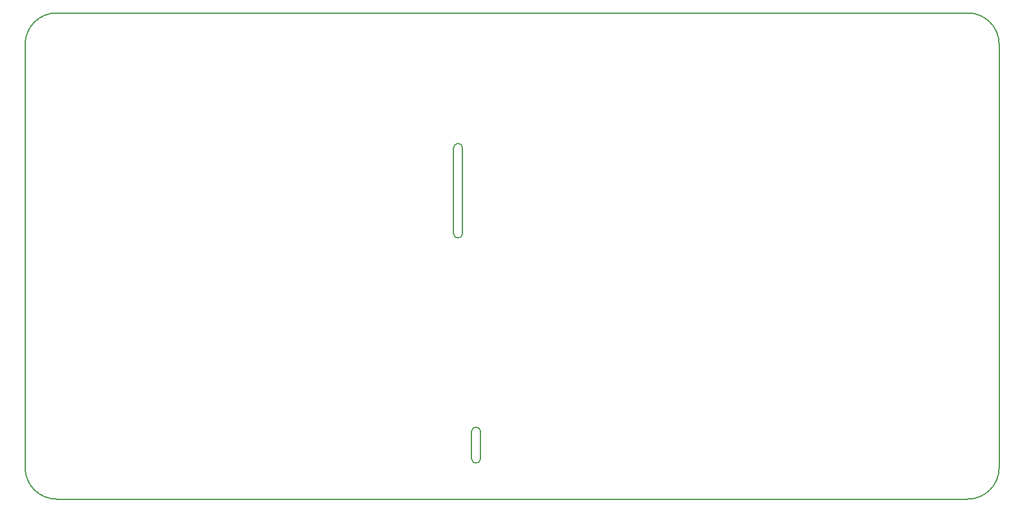
<source format=gbr>
G04 #@! TF.GenerationSoftware,KiCad,Pcbnew,(5.0.2)-1*
G04 #@! TF.CreationDate,2019-02-08T17:58:05-05:00*
G04 #@! TF.ProjectId,DC_DCBoard,44435f44-4342-46f6-9172-642e6b696361,rev?*
G04 #@! TF.SameCoordinates,Original*
G04 #@! TF.FileFunction,Profile,NP*
%FSLAX46Y46*%
G04 Gerber Fmt 4.6, Leading zero omitted, Abs format (unit mm)*
G04 Created by KiCad (PCBNEW (5.0.2)-1) date 2/8/2019 5:58:05 PM*
%MOMM*%
%LPD*%
G01*
G04 APERTURE LIST*
%ADD10C,0.200000*%
%ADD11C,0.150000*%
G04 APERTURE END LIST*
D10*
X189865000Y-67310000D02*
G75*
G02X194310000Y-71755000I0J-4445000D01*
G01*
X194310000Y-131445000D02*
G75*
G02X189865000Y-135890000I-4445000J0D01*
G01*
X61595000Y-135890000D02*
G75*
G02X57150000Y-131445000I0J4445000D01*
G01*
X57150000Y-71755000D02*
G75*
G02X61595000Y-67310000I4445000J0D01*
G01*
D11*
X121285000Y-130175000D02*
G75*
G02X120015000Y-130175000I-635000J0D01*
G01*
X120015000Y-126365000D02*
G75*
G02X121285000Y-126365000I635000J0D01*
G01*
X121285000Y-130175000D02*
X121285000Y-126365000D01*
X120015000Y-126365000D02*
X120015000Y-130175000D01*
X118745000Y-98425000D02*
G75*
G02X117475000Y-98425000I-635000J0D01*
G01*
X117475000Y-86360000D02*
G75*
G02X118745000Y-86360000I635000J0D01*
G01*
X118745000Y-86360000D02*
X118745000Y-98425000D01*
X117475000Y-98425000D02*
X117475000Y-86360000D01*
D10*
X57150000Y-131445000D02*
X57150000Y-71755000D01*
X189865000Y-135890000D02*
X61595000Y-135890000D01*
X194310000Y-71755000D02*
X194310000Y-131445000D01*
X61595000Y-67310000D02*
X189865000Y-67310000D01*
M02*

</source>
